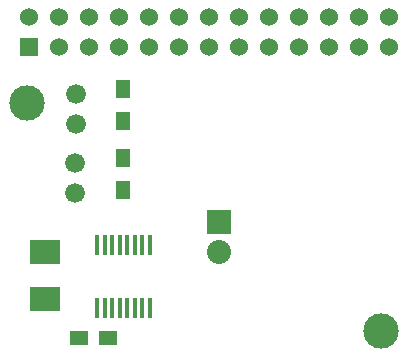
<source format=gts>
G04 #@! TF.FileFunction,Soldermask,Top*
%FSLAX46Y46*%
G04 Gerber Fmt 4.6, Leading zero omitted, Abs format (unit mm)*
G04 Created by KiCad (PCBNEW 4.0.1-stable) date 7/28/2016 7:21:10 PM*
%MOMM*%
G01*
G04 APERTURE LIST*
%ADD10C,0.150000*%
%ADD11R,2.500000X2.000000*%
%ADD12C,3.000000*%
%ADD13R,0.406400X1.651000*%
%ADD14R,1.524000X1.524000*%
%ADD15C,1.524000*%
%ADD16C,1.676400*%
%ADD17R,1.500000X1.250000*%
%ADD18R,1.300000X1.500000*%
%ADD19R,2.032000X2.032000*%
%ADD20O,2.032000X2.032000*%
G04 APERTURE END LIST*
D10*
D11*
X141224000Y-98774000D03*
X141224000Y-94774000D03*
D12*
X139778000Y-82144000D03*
X169750000Y-101448000D03*
D13*
X148223500Y-94209000D03*
X147588500Y-94209000D03*
X146953500Y-94209000D03*
X146318500Y-94209000D03*
X150128500Y-99543000D03*
X150128500Y-94209000D03*
X149493500Y-94209000D03*
X148858500Y-94209000D03*
X145683500Y-99543000D03*
X146318500Y-99543000D03*
X146953500Y-99543000D03*
X147588500Y-99543000D03*
X148223500Y-99543000D03*
X148858500Y-99543000D03*
X145683500Y-94209000D03*
X149493500Y-99543000D03*
D14*
X139905000Y-77445000D03*
D15*
X139905000Y-74905000D03*
X142445000Y-77445000D03*
X142445000Y-74905000D03*
X144985000Y-77445000D03*
X144985000Y-74905000D03*
X147525000Y-77445000D03*
X147525000Y-74905000D03*
X150065000Y-77445000D03*
X150065000Y-74905000D03*
X152605000Y-77445000D03*
X152605000Y-74905000D03*
X155145000Y-77445000D03*
X155145000Y-74905000D03*
X157685000Y-77445000D03*
X157685000Y-74905000D03*
X160225000Y-77445000D03*
X160225000Y-74905000D03*
X162765000Y-77445000D03*
X162765000Y-74905000D03*
X165305000Y-77445000D03*
X165305000Y-74905000D03*
X167845000Y-77445000D03*
X167845000Y-74905000D03*
X170385000Y-77445000D03*
X170385000Y-74905000D03*
D16*
X143842000Y-87224000D03*
X143842000Y-89764000D03*
X143880000Y-81380000D03*
X143880000Y-83920000D03*
D17*
X146616000Y-102083000D03*
X144116000Y-102083000D03*
D18*
X147906000Y-89526500D03*
X147906000Y-86826500D03*
X147906000Y-83684500D03*
X147906000Y-80984500D03*
D19*
X155956000Y-92202000D03*
D20*
X155956000Y-94742000D03*
M02*

</source>
